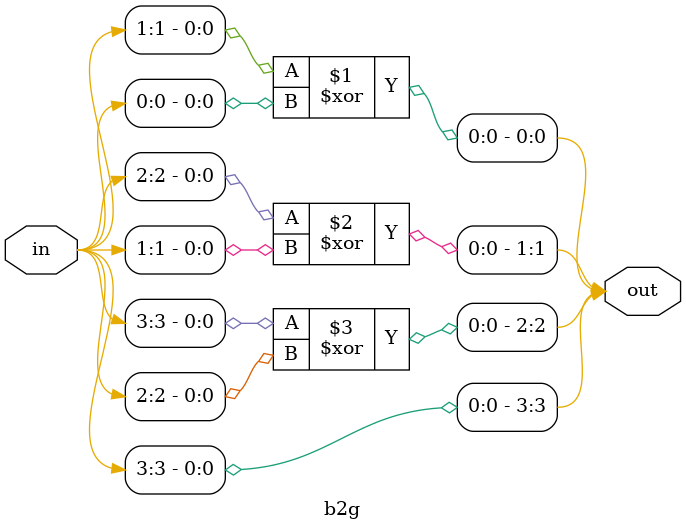
<source format=v>
module b2g(
  input [3:0] in,
  output [3:0] out
);

assign out = {in[3], in[3]^in[2], in[2]^in[1], in[1]^in[0]};

endmodule

</source>
